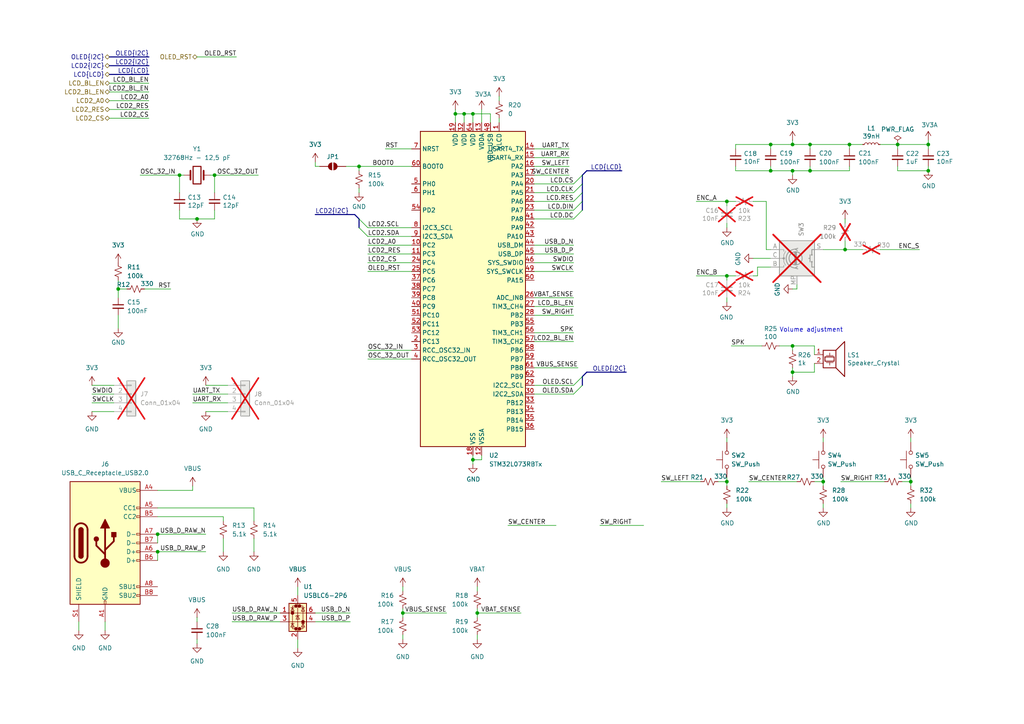
<source format=kicad_sch>
(kicad_sch (version 20250114) (generator "eeschema") (generator_version "9.0")
  (paper "A4")
  (title_block (title "MCU") (date "2025-07-15") (rev "V0.1") (company "Afonso Muralha"))
  (text "Volume adjustment" (at 226.06 96.52 0) (effects (font (size 1.27 1.27)) (justify left bottom)))
  (junction (at 34.29 83.82))
  (junction (at 104.14 48.26))
  (junction (at 264.16 139.7))
  (junction (at 234.95 41.91))
  (junction (at 269.24 41.91))
  (junction (at 269.24 49.53))
  (junction (at 229.87 107.95))
  (junction (at 138.43 177.8))
  (junction (at 210.82 139.7))
  (junction (at 57.15 63.5))
  (junction (at 137.16 33.02))
  (junction (at 45.72 154.94))
  (junction (at 52.07 50.8))
  (junction (at 62.23 50.8))
  (junction (at 246.38 41.91))
  (junction (at 132.08 33.02))
  (junction (at 45.72 160.02))
  (junction (at 223.52 41.91))
  (junction (at 234.95 49.53))
  (junction (at 137.16 133.35))
  (junction (at 245.11 72.39))
  (junction (at 229.87 41.91))
  (junction (at 210.82 58.42))
  (junction (at 229.87 49.53))
  (junction (at 116.84 177.8))
  (junction (at 238.76 139.7))
  (junction (at 229.87 100.33))
  (junction (at 210.82 80.01))
  (junction (at 134.62 33.02))
  (junction (at 223.52 49.53))
  (junction (at 260.35 41.91))
  (bus_entry (at 168.91 60.96) (size -2.54 2.54))
  (bus_entry (at 168.91 58.42) (size -2.54 2.54))
  (bus_entry (at 104.14 66.04) (size 2.54 2.54))
  (bus_entry (at 168.91 55.88) (size -2.54 2.54))
  (bus_entry (at 104.14 63.5) (size 2.54 2.54))
  (bus_entry (at 168.91 53.34) (size -2.54 2.54))
  (bus_entry (at 168.91 50.8) (size -2.54 2.54))
  (bus_entry (at 168.91 111.76) (size -2.54 2.54))
  (bus_entry (at 168.91 109.22) (size -2.54 2.54))
  (wire (pts (xy 34.29 83.82) (xy 34.29 86.36)))
  (wire (pts (xy 218.44 74.93) (xy 223.52 74.93)))
  (wire (pts (xy 45.72 160.02) (xy 45.72 162.56)))
  (wire (pts (xy 144.78 34.29) (xy 144.78 35.56)))
  (bus (pts (xy 43.18 19.05) (xy 31.75 19.05)))
  (wire (pts (xy 264.16 127) (xy 264.16 128.27)))
  (wire (pts (xy 245.11 72.39) (xy 250.19 72.39)))
  (wire (pts (xy 40.64 50.8) (xy 52.07 50.8)))
  (wire (pts (xy 234.95 49.53) (xy 229.87 49.53)))
  (wire (pts (xy 223.52 41.91) (xy 223.52 43.18)))
  (wire (pts (xy 45.72 160.02) (xy 59.69 160.02)))
  (bus (pts (xy 104.14 63.5) (xy 104.14 66.04)))
  (wire (pts (xy 132.08 33.02) (xy 134.62 33.02)))
  (wire (pts (xy 106.68 66.04) (xy 119.38 66.04)))
  (wire (pts (xy 91.44 180.34) (xy 101.6 180.34)))
  (wire (pts (xy 210.82 80.01) (xy 210.82 81.28)))
  (wire (pts (xy 238.76 138.43) (xy 238.76 139.7)))
  (wire (pts (xy 236.22 107.95) (xy 229.87 107.95)))
  (wire (pts (xy 245.11 69.85) (xy 245.11 72.39)))
  (wire (pts (xy 62.23 50.8) (xy 62.23 55.88)))
  (wire (pts (xy 134.62 33.02) (xy 137.16 33.02)))
  (wire (pts (xy 138.43 176.53) (xy 138.43 177.8)))
  (bus (pts (xy 168.91 53.34) (xy 168.91 55.88)))
  (wire (pts (xy 264.16 138.43) (xy 264.16 139.7)))
  (wire (pts (xy 154.94 71.12) (xy 166.37 71.12)))
  (wire (pts (xy 223.52 48.26) (xy 223.52 49.53)))
  (wire (pts (xy 223.52 49.53) (xy 213.36 49.53)))
  (bus (pts (xy 31.75 21.59) (xy 43.18 21.59)))
  (wire (pts (xy 73.66 156.21) (xy 73.66 160.02)))
  (wire (pts (xy 255.27 41.91) (xy 260.35 41.91)))
  (wire (pts (xy 154.94 78.74) (xy 166.37 78.74)))
  (bus (pts (xy 91.44 62.23) (xy 102.87 62.23)))
  (wire (pts (xy 147.32 152.4) (xy 161.29 152.4)))
  (wire (pts (xy 57.15 179.07) (xy 57.15 180.34)))
  (wire (pts (xy 52.07 50.8) (xy 52.07 55.88)))
  (wire (pts (xy 26.67 116.84) (xy 33.02 116.84)))
  (bus (pts (xy 181.61 107.95) (xy 170.18 107.95)))
  (wire (pts (xy 238.76 139.7) (xy 238.76 140.97)))
  (wire (pts (xy 139.7 132.08) (xy 139.7 133.35)))
  (wire (pts (xy 106.68 68.58) (xy 119.38 68.58)))
  (wire (pts (xy 137.16 33.02) (xy 142.24 33.02)))
  (wire (pts (xy 116.84 176.53) (xy 116.84 177.8)))
  (wire (pts (xy 217.17 139.7) (xy 231.14 139.7)))
  (bus (pts (xy 168.91 109.22) (xy 168.91 111.76)))
  (wire (pts (xy 166.37 91.44) (xy 154.94 91.44)))
  (wire (pts (xy 106.68 73.66) (xy 119.38 73.66)))
  (wire (pts (xy 142.24 33.02) (xy 142.24 35.56)))
  (wire (pts (xy 104.14 54.61) (xy 104.14 55.88)))
  (wire (pts (xy 173.99 152.4) (xy 186.69 152.4)))
  (wire (pts (xy 165.1 48.26) (xy 154.94 48.26)))
  (wire (pts (xy 229.87 101.6) (xy 229.87 100.33)))
  (wire (pts (xy 67.31 180.34) (xy 81.28 180.34)))
  (wire (pts (xy 229.87 100.33) (xy 236.22 100.33)))
  (wire (pts (xy 137.16 133.35) (xy 139.7 133.35)))
  (wire (pts (xy 166.37 63.5) (xy 154.94 63.5)))
  (wire (pts (xy 60.96 50.8) (xy 62.23 50.8)))
  (wire (pts (xy 57.15 63.5) (xy 62.23 63.5)))
  (wire (pts (xy 36.83 83.82) (xy 34.29 83.82)))
  (wire (pts (xy 234.95 41.91) (xy 234.95 43.18)))
  (wire (pts (xy 91.44 48.26) (xy 92.71 48.26)))
  (wire (pts (xy 64.77 149.86) (xy 64.77 151.13)))
  (wire (pts (xy 106.68 78.74) (xy 119.38 78.74)))
  (wire (pts (xy 45.72 154.94) (xy 45.72 157.48)))
  (wire (pts (xy 30.48 180.34) (xy 30.48 182.88)))
  (wire (pts (xy 86.36 185.42) (xy 86.36 187.96)))
  (wire (pts (xy 154.94 88.9) (xy 166.37 88.9)))
  (wire (pts (xy 245.11 63.5) (xy 245.11 64.77)))
  (wire (pts (xy 64.77 156.21) (xy 64.77 160.02)))
  (wire (pts (xy 138.43 170.18) (xy 138.43 171.45)))
  (wire (pts (xy 166.37 58.42) (xy 154.94 58.42)))
  (wire (pts (xy 138.43 184.15) (xy 138.43 185.42)))
  (wire (pts (xy 213.36 43.18) (xy 213.36 41.91)))
  (wire (pts (xy 116.84 177.8) (xy 129.54 177.8)))
  (wire (pts (xy 154.94 73.66) (xy 166.37 73.66)))
  (wire (pts (xy 55.88 116.84) (xy 66.04 116.84)))
  (wire (pts (xy 269.24 43.18) (xy 269.24 41.91)))
  (wire (pts (xy 213.36 49.53) (xy 213.36 48.26)))
  (wire (pts (xy 219.71 77.47) (xy 223.52 77.47)))
  (wire (pts (xy 104.14 48.26) (xy 119.38 48.26)))
  (wire (pts (xy 106.68 71.12) (xy 119.38 71.12)))
  (wire (pts (xy 137.16 33.02) (xy 137.16 35.56)))
  (wire (pts (xy 246.38 48.26) (xy 246.38 49.53)))
  (wire (pts (xy 212.09 100.33) (xy 220.98 100.33)))
  (wire (pts (xy 208.28 139.7) (xy 210.82 139.7)))
  (wire (pts (xy 31.75 29.21) (xy 43.18 29.21)))
  (wire (pts (xy 55.88 114.3) (xy 66.04 114.3)))
  (bus (pts (xy 168.91 58.42) (xy 168.91 60.96)))
  (wire (pts (xy 137.16 132.08) (xy 137.16 133.35)))
  (wire (pts (xy 154.94 106.68) (xy 167.64 106.68)))
  (wire (pts (xy 104.14 48.26) (xy 104.14 49.53)))
  (wire (pts (xy 119.38 104.14) (xy 106.68 104.14)))
  (wire (pts (xy 144.78 27.94) (xy 144.78 29.21)))
  (wire (pts (xy 210.82 86.36) (xy 210.82 87.63)))
  (wire (pts (xy 62.23 50.8) (xy 74.93 50.8)))
  (wire (pts (xy 45.72 147.32) (xy 73.66 147.32)))
  (wire (pts (xy 53.34 50.8) (xy 52.07 50.8)))
  (wire (pts (xy 116.84 184.15) (xy 116.84 185.42)))
  (wire (pts (xy 246.38 41.91) (xy 246.38 43.18)))
  (wire (pts (xy 100.33 48.26) (xy 104.14 48.26)))
  (wire (pts (xy 154.94 86.36) (xy 166.37 86.36)))
  (bus (pts (xy 180.34 49.53) (xy 170.18 49.53)))
  (wire (pts (xy 86.36 170.18) (xy 86.36 172.72)))
  (wire (pts (xy 191.77 139.7) (xy 203.2 139.7)))
  (wire (pts (xy 222.25 58.42) (xy 222.25 72.39)))
  (wire (pts (xy 52.07 63.5) (xy 57.15 63.5)))
  (wire (pts (xy 213.36 80.01) (xy 210.82 80.01)))
  (wire (pts (xy 229.87 41.91) (xy 234.95 41.91)))
  (wire (pts (xy 57.15 185.42) (xy 57.15 186.69)))
  (wire (pts (xy 31.75 24.13) (xy 43.18 24.13)))
  (wire (pts (xy 62.23 63.5) (xy 62.23 60.96)))
  (wire (pts (xy 91.44 177.8) (xy 101.6 177.8)))
  (wire (pts (xy 246.38 49.53) (xy 234.95 49.53)))
  (wire (pts (xy 31.75 31.75) (xy 43.18 31.75)))
  (wire (pts (xy 238.76 127) (xy 238.76 128.27)))
  (wire (pts (xy 222.25 72.39) (xy 223.52 72.39)))
  (wire (pts (xy 246.38 41.91) (xy 250.19 41.91)))
  (wire (pts (xy 226.06 100.33) (xy 229.87 100.33)))
  (wire (pts (xy 264.16 146.05) (xy 264.16 147.32)))
  (wire (pts (xy 45.72 142.24) (xy 55.88 142.24)))
  (wire (pts (xy 49.53 83.82) (xy 41.91 83.82)))
  (wire (pts (xy 57.15 16.51) (xy 68.58 16.51)))
  (wire (pts (xy 229.87 49.53) (xy 229.87 50.8)))
  (wire (pts (xy 210.82 64.77) (xy 210.82 66.04)))
  (wire (pts (xy 67.31 177.8) (xy 81.28 177.8)))
  (wire (pts (xy 210.82 138.43) (xy 210.82 139.7)))
  (wire (pts (xy 236.22 105.41) (xy 236.22 107.95)))
  (wire (pts (xy 73.66 147.32) (xy 73.66 151.13)))
  (wire (pts (xy 210.82 80.01) (xy 201.93 80.01)))
  (wire (pts (xy 231.14 82.55) (xy 231.14 83.82)))
  (wire (pts (xy 210.82 127) (xy 210.82 128.27)))
  (wire (pts (xy 213.36 58.42) (xy 210.82 58.42)))
  (wire (pts (xy 229.87 109.22) (xy 229.87 107.95)))
  (wire (pts (xy 269.24 49.53) (xy 269.24 48.26)))
  (wire (pts (xy 229.87 40.64) (xy 229.87 41.91)))
  (wire (pts (xy 229.87 107.95) (xy 229.87 106.68)))
  (wire (pts (xy 219.71 80.01) (xy 218.44 80.01)))
  (wire (pts (xy 166.37 60.96) (xy 154.94 60.96)))
  (wire (pts (xy 219.71 80.01) (xy 219.71 77.47)))
  (wire (pts (xy 261.62 139.7) (xy 264.16 139.7)))
  (wire (pts (xy 154.94 99.06) (xy 166.37 99.06)))
  (wire (pts (xy 260.35 49.53) (xy 260.35 48.26)))
  (bus (pts (xy 31.75 16.51) (xy 43.18 16.51)))
  (wire (pts (xy 111.76 43.18) (xy 119.38 43.18)))
  (wire (pts (xy 210.82 58.42) (xy 210.82 59.69)))
  (bus (pts (xy 168.91 55.88) (xy 168.91 58.42)))
  (wire (pts (xy 132.08 31.75) (xy 132.08 33.02)))
  (wire (pts (xy 210.82 139.7) (xy 210.82 140.97)))
  (wire (pts (xy 264.16 139.7) (xy 264.16 140.97)))
  (wire (pts (xy 166.37 53.34) (xy 154.94 53.34)))
  (wire (pts (xy 166.37 55.88) (xy 154.94 55.88)))
  (wire (pts (xy 260.35 49.53) (xy 269.24 49.53)))
  (wire (pts (xy 266.7 72.39) (xy 255.27 72.39)))
  (wire (pts (xy 45.72 154.94) (xy 59.69 154.94)))
  (wire (pts (xy 236.22 100.33) (xy 236.22 102.87)))
  (wire (pts (xy 231.14 83.82) (xy 229.87 83.82)))
  (bus (pts (xy 168.91 50.8) (xy 168.91 53.34)))
  (wire (pts (xy 166.37 111.76) (xy 154.94 111.76)))
  (wire (pts (xy 165.1 43.18) (xy 154.94 43.18)))
  (wire (pts (xy 238.76 72.39) (xy 245.11 72.39)))
  (wire (pts (xy 260.35 43.18) (xy 260.35 41.91)))
  (wire (pts (xy 166.37 114.3) (xy 154.94 114.3)))
  (wire (pts (xy 269.24 40.64) (xy 269.24 41.91)))
  (bus (pts (xy 170.18 49.53) (xy 168.91 50.8)))
  (wire (pts (xy 154.94 96.52) (xy 166.37 96.52)))
  (wire (pts (xy 34.29 81.28) (xy 34.29 83.82)))
  (wire (pts (xy 238.76 146.05) (xy 238.76 147.32)))
  (wire (pts (xy 137.16 133.35) (xy 137.16 134.62)))
  (wire (pts (xy 229.87 49.53) (xy 223.52 49.53)))
  (wire (pts (xy 22.86 180.34) (xy 22.86 182.88)))
  (wire (pts (xy 55.88 140.97) (xy 55.88 142.24)))
  (wire (pts (xy 31.75 26.67) (xy 43.18 26.67)))
  (wire (pts (xy 201.93 58.42) (xy 210.82 58.42)))
  (wire (pts (xy 134.62 33.02) (xy 134.62 35.56)))
  (wire (pts (xy 26.67 119.38) (xy 33.02 119.38)))
  (wire (pts (xy 243.84 139.7) (xy 256.54 139.7)))
  (wire (pts (xy 91.44 46.99) (xy 91.44 48.26)))
  (wire (pts (xy 138.43 177.8) (xy 151.13 177.8)))
  (wire (pts (xy 106.68 101.6) (xy 119.38 101.6)))
  (bus (pts (xy 170.18 107.95) (xy 168.91 109.22)))
  (wire (pts (xy 223.52 41.91) (xy 229.87 41.91)))
  (wire (pts (xy 31.75 34.29) (xy 43.18 34.29)))
  (wire (pts (xy 165.1 50.8) (xy 154.94 50.8)))
  (wire (pts (xy 52.07 60.96) (xy 52.07 63.5)))
  (wire (pts (xy 165.1 45.72) (xy 154.94 45.72)))
  (bus (pts (xy 102.87 62.23) (xy 104.14 63.5)))
  (wire (pts (xy 45.72 149.86) (xy 64.77 149.86)))
  (wire (pts (xy 139.7 31.75) (xy 139.7 35.56)))
  (wire (pts (xy 260.35 41.91) (xy 269.24 41.91)))
  (wire (pts (xy 59.69 111.76) (xy 66.04 111.76)))
  (wire (pts (xy 138.43 177.8) (xy 138.43 179.07)))
  (wire (pts (xy 213.36 41.91) (xy 223.52 41.91)))
  (wire (pts (xy 132.08 33.02) (xy 132.08 35.56)))
  (wire (pts (xy 236.22 139.7) (xy 238.76 139.7)))
  (wire (pts (xy 218.44 58.42) (xy 222.25 58.42)))
  (wire (pts (xy 26.67 111.76) (xy 33.02 111.76)))
  (wire (pts (xy 59.69 119.38) (xy 66.04 119.38)))
  (wire (pts (xy 26.67 114.3) (xy 33.02 114.3)))
  (wire (pts (xy 234.95 41.91) (xy 246.38 41.91)))
  (wire (pts (xy 154.94 76.2) (xy 166.37 76.2)))
  (wire (pts (xy 116.84 177.8) (xy 116.84 179.07)))
  (wire (pts (xy 234.95 48.26) (xy 234.95 49.53)))
  (wire (pts (xy 210.82 146.05) (xy 210.82 147.32)))
  (wire (pts (xy 34.29 91.44) (xy 34.29 95.25)))
  (wire (pts (xy 116.84 170.18) (xy 116.84 171.45)))
  (wire (pts (xy 106.68 76.2) (xy 119.38 76.2)))
  (label "OLED_RST" (at 68.58 16.51 180))
  (label "LCD2_CS" (at 106.68 76.2 0))
  (label "OLED.SDA" (at 166.37 114.3 180))
  (label "OSC_32_OUT" (at 74.93 50.8 180))
  (label "LCD2_CS" (at 43.18 34.29 180))
  (label "SWCLK" (at 166.37 78.74 180))
  (label "USB_D_RAW_P" (at 67.31 180.34 0))
  (label "LCD2{I2C}" (at 91.44 62.23 0))
  (label "VBAT_SENSE" (at 166.37 86.36 180))
  (label "LCD2.SDA" (at 106.68 68.58 0))
  (label "LCD2_RES" (at 43.18 31.75 180))
  (label "RST" (at 111.76 43.18 0))
  (label "LCD2_A0" (at 106.68 71.12 0))
  (label "OSC_32_IN" (at 40.64 50.8 0))
  (label "USB_D_RAW_P" (at 59.69 160.02 180))
  (label "SW_LEFT" (at 191.77 139.7 0))
  (label "LCD_BL_EN" (at 166.37 88.9 180))
  (label "LCD{LCD}" (at 180.34 49.53 180))
  (label "USB_D_P" (at 101.6 180.34 180))
  (label "VBAT_SENSE" (at 151.13 177.8 180))
  (label "UART_TX" (at 55.88 114.3 0))
  (label "OLED.SCL" (at 166.37 111.76 180))
  (label "ENC_S" (at 266.7 72.39 180))
  (label "ENC_B" (at 201.93 80.01 0))
  (label "LCD2{I2C}" (at 43.18 19.05 180))
  (label "OSC_32_IN" (at 106.68 101.6 0))
  (label "BOOT0" (at 114.3 48.26 180))
  (label "UART_RX" (at 165.1 45.72 180))
  (label "RST" (at 49.53 83.82 180))
  (label "LCD2_BL_EN" (at 43.18 26.67 180))
  (label "SWCLK" (at 26.67 116.84 0))
  (label "USB_D_N" (at 101.6 177.8 180))
  (label "LCD{LCD}" (at 43.18 21.59 180))
  (label "SWDIO" (at 26.67 114.3 0))
  (label "LCD2_A0" (at 43.18 29.21 180))
  (label "SW_RIGHT" (at 166.37 91.44 180))
  (label "ENC_A" (at 201.93 58.42 0))
  (label "USB_D_RAW_N" (at 67.31 177.8 0))
  (label "LCD.CS" (at 166.37 53.34 180))
  (label "LCD2.SCL" (at 106.68 66.04 0))
  (label "SPK" (at 166.37 96.52 180))
  (label "SW_RIGHT" (at 243.84 139.7 0))
  (label "LCD.DC" (at 166.37 63.5 180))
  (label "VBUS_SENSE" (at 129.54 177.8 180))
  (label "LCD.CLK" (at 166.37 55.88 180))
  (label "SPK" (at 212.09 100.33 0))
  (label "LCD2_RES" (at 106.68 73.66 0))
  (label "OSC_32_OUT" (at 106.68 104.14 0))
  (label "SW_CENTER" (at 165.1 50.8 180))
  (label "SW_CENTER" (at 147.32 152.4 0))
  (label "OLED_RST" (at 106.68 78.74 0))
  (label "SW_CENTER" (at 217.17 139.7 0))
  (label "LCD.RES" (at 166.37 58.42 180))
  (label "VBUS_SENSE" (at 167.64 106.68 180))
  (label "SW_LEFT" (at 165.1 48.26 180))
  (label "OLED{I2C}" (at 43.18 16.51 180))
  (label "USB_D_P" (at 166.37 73.66 180))
  (label "UART_TX" (at 165.1 43.18 180))
  (label "LCD2_BL_EN" (at 166.37 99.06 180))
  (label "SWDIO" (at 166.37 76.2 180))
  (label "OLED{I2C}" (at 181.61 107.95 180))
  (label "SW_RIGHT" (at 173.99 152.4 0))
  (label "USB_D_RAW_N" (at 59.69 154.94 180))
  (label "LCD_BL_EN" (at 43.18 24.13 180))
  (label "USB_D_N" (at 166.37 71.12 180))
  (label "UART_RX" (at 55.88 116.84 0))
  (label "LCD.DIN" (at 166.37 60.96 180))
  (hierarchical_label "OLED_RST" (shape bidirectional) (at 57.15 16.51 180))
  (hierarchical_label "LCD{LCD}" (shape bidirectional) (at 31.75 21.59 180))
  (hierarchical_label "LCD2_RES" (shape bidirectional) (at 31.75 31.75 180))
  (hierarchical_label "LCD2_BL_EN" (shape bidirectional) (at 31.75 26.67 180))
  (hierarchical_label "LCD2{I2C}" (shape bidirectional) (at 31.75 19.05 180))
  (hierarchical_label "LCD_BL_EN" (shape bidirectional) (at 31.75 24.13 180))
  (hierarchical_label "OLED{I2C}" (shape bidirectional) (at 31.75 16.51 180))
  (hierarchical_label "LCD2_A0" (shape bidirectional) (at 31.75 29.21 180))
  (hierarchical_label "LCD2_CS" (shape bidirectional) (at 31.75 34.29 180))
  (symbol (lib_id "Device:L_Small") (at 252.73 41.91 90) (unit 1)
    (property "Reference" "L1" (at 252.73 37.211 90))
    (property "Value" "39nH" (at 252.73 39.5224 90))
    (property "Footprint" "Inductor_SMD:L_0402_1005Metric" (effects (hide yes)))
    (property "LCSC" "C26443" (effects (hide yes)))
  )
  (symbol (lib_id "Device:C_Small") (at 62.23 58.42 0) (unit 1)
    (property "Reference" "C14" (at 64.5668 57.2516 0) (effects (justify left)))
    (property "Value" "12pF" (at 64.5668 59.563 0) (effects (justify left)))
    (property "Footprint" "Capacitor_SMD:C_0402_1005Metric" (effects (hide yes)))
    (property "LCSC" "C1547" (effects (hide yes)))
  )
  (symbol (lib_id "Device:R_Small_US") (at 223.52 100.33 270) (unit 1)
    (property "Reference" "R25" (at 223.52 95.3516 90))
    (property "Value" "100" (at 223.52 97.663 90))
    (property "Footprint" "Resistor_SMD:R_0402_1005Metric" (effects (hide yes)))
    (property "Description" "Resistor, small US symbol" (effects (hide yes)))
  )
  (symbol (lib_id "Device:R_Small_US") (at 229.87 104.14 0) (unit 1)
    (property "Reference" "R26" (at 231.3686 102.9716 0) (effects (justify left)))
    (property "Value" "1k" (at 231.3686 105.283 0) (effects (justify left)))
    (property "Footprint" "Resistor_SMD:R_0402_1005Metric" (effects (hide yes)))
    (property "Description" "Resistor, small US symbol" (effects (hide yes)))
  )
  (symbol (lib_id "Device:Speaker_Crystal") (at 241.3 102.87 0) (unit 1)
    (property "Reference" "LS1" (at 245.745 102.9716 0) (effects (justify left)))
    (property "Value" "Speaker_Crystal" (at 245.745 105.283 0) (effects (justify left)))
    (property "Footprint" "Buzzer_Beeper:Buzzer_CUI_CPT-9019S-SMT" (effects (hide yes)))
    (property "Datasheet" "https://datasheet.lcsc.com/lcsc/1912111437_FUET-FUET-9018_C391035.pdf" (effects (hide yes)))
    (property "LCSC" "C391035" (effects (hide yes)))
    (property "JLCRotOffset" "180" (effects (hide yes)))
  )
  (symbol (lib_id "power:PWR_FLAG") (at 260.35 41.91 0) (unit 1)
    (property "Reference" "#FLG01" (effects (hide yes)))
    (property "Value" "PWR_FLAG" (at 260.35 37.5158 0))
  )
  (symbol (lib_id "Device:C_Small") (at 269.24 45.72 0) (unit 1)
    (property "Reference" "C23" (at 271.5768 44.5516 0) (effects (justify left)))
    (property "Value" "10nF" (at 271.5768 46.863 0) (effects (justify left)))
    (property "Footprint" "Capacitor_SMD:C_0402_1005Metric" (effects (hide yes)))
    (property "LCSC" "C15195" (effects (hide yes)))
  )
  (symbol (lib_id "Device:RotaryEncoder_Switch_MP") (at 231.14 74.93 0) (unit 1) (in_bom no) (on_board no) (dnp yes)
    (property "Reference" "SW3" (at 232.4101 68.58 90) (effects (justify left)))
    (property "Value" "RotaryEncoder_Switch_MP" (effects (hide yes)))
    (property "Footprint" "TamagotchiThing:SW-SMD_SIQ-02FVS3" (effects (hide yes)))
    (property "Description" "Rotary encoder, dual channel, incremental quadrate outputs, with switch and MP Pin" (effects (hide yes)))
    (property "LCSC" "C41430892" (effects (hide yes)))
  )
  (symbol (lib_id "power:GND") (at 229.87 83.82 270) (unit 1)
    (property "Reference" "#PWR062" (effects (hide yes)))
    (property "Value" "GND" (at 225.4758 83.947 0))
  )
  (symbol (lib_id "power:GND") (at 229.87 50.8 0) (unit 1)
    (property "Reference" "#PWR061" (effects (hide yes)))
    (property "Value" "GND" (at 229.997 55.1942 0))
  )
  (symbol (lib_id "Device:R_Small_US") (at 215.9 58.42 270) (mirror x) (unit 1) (in_bom no) (on_board no) (dnp yes)
    (property "Reference" "R23" (at 215.9 63.3984 90))
    (property "Value" "10k" (at 215.9 61.087 90))
    (property "Footprint" "Resistor_SMD:R_0603_1608Metric" (effects (hide yes)))
    (property "Description" "Resistor, small US symbol" (effects (hide yes)))
  )
  (symbol (lib_id "power:GND") (at 138.43 185.42 0) (unit 1)
    (property "Reference" "#PWR052" (effects (hide yes)))
    (property "Value" "GND" (at 138.43 190.5 0))
    (property "Description" "Power symbol creates a global label with name \"GND\" , ground" (effects (hide yes)))
  )
  (symbol (lib_id "power:GND") (at 238.76 147.32 0) (unit 1)
    (property "Reference" "#PWR065" (effects (hide yes)))
    (property "Value" "GND" (at 238.887 151.7142 0))
  )
  (symbol (lib_id "Device:R_Small_US") (at 64.77 153.67 0) (unit 1)
    (property "Reference" "R13" (at 67.31 152.3999 0) (effects (justify left)))
    (property "Value" "5.1k" (at 67.31 154.9399 0) (effects (justify left)))
    (property "Footprint" "Resistor_SMD:R_0402_1005Metric" (effects (hide yes)))
    (property "Description" "Resistor, small US symbol" (effects (hide yes)))
    (property "LCSC" "C407575 " (effects (hide yes)))
  )
  (symbol (lib_id "power:GND") (at 269.24 49.53 0) (unit 1)
    (property "Reference" "#PWR070" (effects (hide yes)))
    (property "Value" "GND" (at 269.367 53.9242 0))
  )
  (symbol (lib_id "power:+3.3V") (at 34.29 76.2 0) (unit 1)
    (property "Reference" "#PWR035" (effects (hide yes)))
    (property "Value" "3V3" (at 34.29 71.12 0))
    (property "Description" "Power symbol creates a global label with name \"+3.3V\"" (effects (hide yes)))
  )
  (symbol (lib_id "Device:R_Small_US") (at 104.14 52.07 0) (unit 1)
    (property "Reference" "R15" (at 106.68 50.7999 0) (effects (justify left)))
    (property "Value" "100k" (at 106.68 53.3399 0) (effects (justify left)))
    (property "Footprint" "Resistor_SMD:R_0402_1005Metric" (effects (hide yes)))
    (property "Description" "Resistor, small US symbol" (effects (hide yes)))
  )
  (symbol (lib_id "power:+3.3V") (at 26.67 111.76 0) (unit 1)
    (property "Reference" "#PWR032" (effects (hide yes)))
    (property "Value" "3V3" (at 26.67 106.68 0))
    (property "Description" "Power symbol creates a global label with name \"+3.3V\"" (effects (hide yes)))
  )
  (symbol (lib_id "Device:R_Small_US") (at 116.84 181.61 0) (mirror y) (unit 1)
    (property "Reference" "R17" (at 114.3 180.3399 0) (effects (justify left)))
    (property "Value" "100k" (at 114.3 182.8799 0) (effects (justify left)))
    (property "Footprint" "Resistor_SMD:R_0402_1005Metric" (effects (hide yes)))
    (property "Description" "Resistor, small US symbol" (effects (hide yes)))
  )
  (symbol (lib_id "power:VBUS") (at 55.88 140.97 0) (unit 1)
    (property "Reference" "#PWR038" (effects (hide yes)))
    (property "Value" "VBUS" (at 55.88 135.89 0))
    (property "Description" "Power symbol creates a global label with name \"VBUS\"" (effects (hide yes)))
  )
  (symbol (lib_id "power:+3.3V") (at 132.08 31.75 0) (unit 1)
    (property "Reference" "#PWR049" (effects (hide yes)))
    (property "Value" "3V3" (at 132.08 26.67 0))
    (property "Description" "Power symbol creates a global label with name \"+3.3V\"" (effects (hide yes)))
  )
  (symbol (lib_id "Jumper:SolderJumper_2_Open") (at 96.52 48.26 0) (unit 1) (in_bom no)
    (property "Reference" "JP1" (at 96.52 45.466 0))
    (property "Value" "SolderJumper_2_Open" (effects (hide yes)))
    (property "Footprint" "Jumper:SolderJumper-2_P1.3mm_Open_Pad1.0x1.5mm" (effects (hide yes)))
    (property "Description" "Solder Jumper, 2-pole, open" (effects (hide yes)))
  )
  (symbol (lib_id "Device:R_Small_US") (at 259.08 139.7 90) (unit 1)
    (property "Reference" "R31" (at 255.524 138.43 90))
    (property "Value" "330" (at 262.382 138.176 90))
    (property "Footprint" "Resistor_SMD:R_0402_1005Metric" (effects (hide yes)))
    (property "Description" "Resistor, small US symbol" (effects (hide yes)))
  )
  (symbol (lib_id "Device:R_Small_US") (at 264.16 143.51 0) (unit 1)
    (property "Reference" "R32" (at 266.7 142.2399 0) (effects (justify left)))
    (property "Value" "100k" (at 266.7 144.7799 0) (effects (justify left)))
    (property "Footprint" "Resistor_SMD:R_0402_1005Metric" (effects (hide yes)))
    (property "Description" "Resistor, small US symbol" (effects (hide yes)))
  )
  (symbol (lib_id "Switch:SW_Push") (at 264.16 133.35 90) (unit 1) (in_bom no)
    (property "Reference" "SW5" (at 265.43 132.0799 90) (effects (justify right)))
    (property "Value" "SW_Push" (at 265.43 134.6199 90) (effects (justify right)))
    (property "Footprint" "TamagotchiThing:Kailh_mouse_button" (effects (hide yes)))
    (property "Description" "Push button switch, generic, two pins" (effects (hide yes)))
  )
  (symbol (lib_id "power:GND") (at 59.69 119.38 0) (unit 1)
    (property "Reference" "#PWR040" (effects (hide yes)))
    (property "Value" "GND" (at 59.69 124.46 0))
    (property "Description" "Power symbol creates a global label with name \"GND\" , ground" (effects (hide yes)))
  )
  (symbol (lib_id "Device:R_Small_US") (at 39.37 83.82 90) (unit 1)
    (property "Reference" "R12" (at 35.814 82.55 90))
    (property "Value" "330" (at 42.672 82.296 90))
    (property "Footprint" "Resistor_SMD:R_0402_1005Metric" (effects (hide yes)))
    (property "Description" "Resistor, small US symbol" (effects (hide yes)))
  )
  (symbol (lib_id "power:GND") (at 137.16 134.62 0) (unit 1)
    (property "Reference" "#PWR050" (effects (hide yes)))
    (property "Value" "GND" (at 137.287 139.0142 0))
  )
  (symbol (lib_id "Device:R_Small_US") (at 138.43 181.61 0) (mirror y) (unit 1)
    (property "Reference" "R19" (at 135.89 180.3399 0) (effects (justify left)))
    (property "Value" "100k" (at 135.89 182.8799 0) (effects (justify left)))
    (property "Footprint" "Resistor_SMD:R_0402_1005Metric" (effects (hide yes)))
    (property "Description" "Resistor, small US symbol" (effects (hide yes)))
  )
  (symbol (lib_id "power:GND") (at 34.29 95.25 0) (unit 1)
    (property "Reference" "#PWR036" (effects (hide yes)))
    (property "Value" "GND" (at 34.29 99.314 0))
    (property "Description" "Power symbol creates a global label with name \"GND\" , ground" (effects (hide yes)))
  )
  (symbol (lib_id "power:GND") (at 26.67 119.38 0) (unit 1)
    (property "Reference" "#PWR033" (effects (hide yes)))
    (property "Value" "GND" (at 26.67 124.46 0))
    (property "Description" "Power symbol creates a global label with name \"GND\" , ground" (effects (hide yes)))
  )
  (symbol (lib_id "Connector_Generic:Conn_01x04") (at 71.12 114.3 0) (unit 1) (in_bom no) (dnp yes)
    (property "Reference" "J8" (at 73.66 114.2999 0) (effects (justify left)))
    (property "Value" "Conn_01x04" (at 73.66 116.8399 0) (effects (justify left)))
    (property "Footprint" "Connector_PinHeader_2.54mm:PinHeader_1x04_P2.54mm_Horizontal" (effects (hide yes)))
    (property "Description" "Generic connector, single row, 01x04, script generated (kicad-library-utils/schlib/autogen/connector/)" (effects (hide yes)))
    (property "LCSC" "C91552" (effects (hide yes)))
  )
  (symbol (lib_id "power:+3.3V") (at 91.44 46.99 0) (unit 1)
    (property "Reference" "#PWR045" (effects (hide yes)))
    (property "Value" "3V3" (at 91.44 41.91 0))
    (property "Description" "Power symbol creates a global label with name \"+3.3V\"" (effects (hide yes)))
  )
  (symbol (lib_id "Device:Crystal") (at 57.15 50.8 0) (unit 1)
    (property "Reference" "Y1" (at 57.15 43.18 0))
    (property "Value" "32768Hz - 12,5 pF" (at 57.15 45.72 0))
    (property "Footprint" "Crystal:Crystal_SMD_3215-2Pin_3.2x1.5mm" (effects (hide yes)))
    (property "Description" "Two pin crystal" (effects (hide yes)))
    (property "LCSC" "C32346" (effects (hide yes)))
  )
  (symbol (lib_id "power:+3.3V") (at 264.16 127 0) (unit 1)
    (property "Reference" "#PWR067" (effects (hide yes)))
    (property "Value" "3V3" (at 264.16 121.92 0))
    (property "Description" "Power symbol creates a global label with name \"+3.3V\"" (effects (hide yes)))
  )
  (symbol (lib_id "power:GND") (at 218.44 74.93 270) (unit 1)
    (property "Reference" "#PWR059" (effects (hide yes)))
    (property "Value" "GND" (at 214.0458 75.057 0))
  )
  (symbol (lib_id "Connector:USB_C_Receptacle_USB2.0") (at 30.48 157.48 0) (unit 1)
    (property "Reference" "J6" (at 30.48 134.62 0))
    (property "Value" "USB_C_Receptacle_USB2.0" (at 30.48 137.16 0))
    (property "Footprint" "Connector_USB:USB_C_Receptacle_HCTL_HC-TYPE-C-16P-01A" (effects (hide yes)))
    (property "Datasheet" "https://www.usb.org/sites/default/files/documents/usb_type-c.zip" (effects (hide yes)))
    (property "LCSC" " C2894897" (effects (hide yes)))
  )
  (symbol (lib_id "power:GND") (at 57.15 186.69 0) (unit 1)
    (property "Reference" "#PWR091" (effects (hide yes)))
    (property "Value" "GND" (at 57.15 191.77 0))
    (property "Description" "Power symbol creates a global label with name \"GND\" , ground" (effects (hide yes)))
  )
  (symbol (lib_id "Connector_Generic:Conn_01x04") (at 38.1 114.3 0) (unit 1) (in_bom no) (dnp yes)
    (property "Reference" "J7" (at 40.64 114.2999 0) (effects (justify left)))
    (property "Value" "Conn_01x04" (at 40.64 116.8399 0) (effects (justify left)))
    (property "Footprint" "Connector_PinHeader_2.54mm:PinHeader_1x04_P2.54mm_Horizontal" (effects (hide yes)))
    (property "Description" "Generic connector, single row, 01x04, script generated (kicad-library-utils/schlib/autogen/connector/)" (effects (hide yes)))
    (property "LCSC" "C91552" (effects (hide yes)))
  )
  (symbol (lib_id "Device:R_Small_US") (at 252.73 72.39 270) (mirror x) (unit 1) (in_bom no) (on_board no) (dnp yes)
    (property "Reference" "R30" (at 256.286 71.12 90))
    (property "Value" "330" (at 249.428 70.866 90))
    (property "Footprint" "Resistor_SMD:R_0603_1608Metric" (effects (hide yes)))
    (property "Description" "Resistor, small US symbol" (effects (hide yes)))
  )
  (symbol (lib_id "power:VBUS") (at 86.36 170.18 0) (unit 1)
    (property "Reference" "#PWR043" (effects (hide yes)))
    (property "Value" "VBUS" (at 86.36 165.1 0))
    (property "Description" "Power symbol creates a global label with name \"VBUS\"" (effects (hide yes)))
  )
  (symbol (lib_id "power:+BATT") (at 138.43 170.18 0) (unit 1)
    (property "Reference" "#PWR051" (effects (hide yes)))
    (property "Value" "VBAT" (at 138.43 165.1 0))
    (property "Description" "Power symbol creates a global label with name \"+BATT\"" (effects (hide yes)))
  )
  (symbol (lib_id "power:+3.3V") (at 229.87 40.64 0) (unit 1)
    (property "Reference" "#PWR060" (effects (hide yes)))
    (property "Value" "3V3" (at 229.87 35.56 0))
    (property "Description" "Power symbol creates a global label with name \"+3.3V\"" (effects (hide yes)))
  )
  (symbol (lib_id "Switch:SW_Push") (at 210.82 133.35 90) (unit 1) (in_bom no)
    (property "Reference" "SW2" (at 212.09 132.0799 90) (effects (justify right)))
    (property "Value" "SW_Push" (at 212.09 134.6199 90) (effects (justify right)))
    (property "Footprint" "TamagotchiThing:Kailh_mouse_button" (effects (hide yes)))
    (property "Description" "Push button switch, generic, two pins" (effects (hide yes)))
  )
  (symbol (lib_id "power:GND") (at 264.16 147.32 0) (unit 1)
    (property "Reference" "#PWR068" (effects (hide yes)))
    (property "Value" "GND" (at 264.287 151.7142 0))
  )
  (symbol (lib_id "power:GND") (at 210.82 66.04 0) (unit 1)
    (property "Reference" "#PWR055" (effects (hide yes)))
    (property "Value" "GND" (at 210.947 70.4342 0))
  )
  (symbol (lib_id "Device:R_Small_US") (at 34.29 78.74 0) (unit 1)
    (property "Reference" "R11" (at 36.83 77.4699 0) (effects (justify left)))
    (property "Value" "100k" (at 36.83 80.0099 0) (effects (justify left)))
    (property "Footprint" "Resistor_SMD:R_0402_1005Metric" (effects (hide yes)))
    (property "Description" "Resistor, small US symbol" (effects (hide yes)))
    (property "LCSC" "C25803" (effects (hide yes)))
  )
  (symbol (lib_id "Device:R_Small_US") (at 233.68 139.7 90) (unit 1)
    (property "Reference" "R27" (at 230.124 138.43 90))
    (property "Value" "330" (at 236.982 138.176 90))
    (property "Footprint" "Resistor_SMD:R_0402_1005Metric" (effects (hide yes)))
    (property "Description" "Resistor, small US symbol" (effects (hide yes)))
  )
  (symbol (lib_id "power:GND") (at 210.82 147.32 0) (unit 1)
    (property "Reference" "#PWR058" (effects (hide yes)))
    (property "Value" "GND" (at 210.947 151.7142 0))
  )
  (symbol (lib_id "power:GND") (at 86.36 187.96 0) (unit 1)
    (property "Reference" "#PWR044" (effects (hide yes)))
    (property "Value" "GND" (at 86.36 193.04 0))
    (property "Description" "Power symbol creates a global label with name \"GND\" , ground" (effects (hide yes)))
  )
  (symbol (lib_id "Device:R_Small_US") (at 245.11 67.31 0) (mirror y) (unit 1) (in_bom no) (on_board no) (dnp yes)
    (property "Reference" "R29" (at 242.57 66.0399 0) (effects (justify left)))
    (property "Value" "100k" (at 242.57 68.5799 0) (effects (justify left)))
    (property "Footprint" "Resistor_SMD:R_0603_1608Metric" (effects (hide yes)))
    (property "Description" "Resistor, small US symbol" (effects (hide yes)))
  )
  (symbol (lib_id "Device:R_Small_US") (at 144.78 31.75 0) (unit 1)
    (property "Reference" "R20" (at 147.32 30.4799 0) (effects (justify left)))
    (property "Value" "0" (at 147.32 33.0199 0) (effects (justify left)))
    (property "Footprint" "Resistor_SMD:R_0402_1005Metric" (effects (hide yes)))
    (property "Description" "Resistor, small US symbol" (effects (hide yes)))
  )
  (symbol (lib_id "Device:C_Small") (at 223.52 45.72 0) (unit 1)
    (property "Reference" "C19" (at 226.06 44.4563 0) (effects (justify left)))
    (property "Value" "100nF" (at 226.06 46.9963 0) (effects (justify left)))
    (property "Footprint" "Capacitor_SMD:C_0402_1005Metric" (effects (hide yes)))
    (property "LCSC" "C30926" (effects (hide yes)))
  )
  (symbol (lib_id "Device:R_Small_US") (at 210.82 143.51 0) (unit 1)
    (property "Reference" "R22" (at 213.36 142.2399 0) (effects (justify left)))
    (property "Value" "100k" (at 213.36 144.7799 0) (effects (justify left)))
    (property "Footprint" "Resistor_SMD:R_0402_1005Metric" (effects (hide yes)))
    (property "Description" "Resistor, small US symbol" (effects (hide yes)))
  )
  (symbol (lib_id "power:GND") (at 22.86 182.88 0) (unit 1)
    (property "Reference" "#PWR031" (effects (hide yes)))
    (property "Value" "GND" (at 22.86 187.96 0))
    (property "Description" "Power symbol creates a global label with name \"GND\" , ground" (effects (hide yes)))
  )
  (symbol (lib_id "power:GND") (at 210.82 87.63 0) (mirror y) (unit 1)
    (property "Reference" "#PWR056" (effects (hide yes)))
    (property "Value" "GND" (at 210.693 92.0242 0))
  )
  (symbol (lib_id "power:+3.3V") (at 245.11 63.5 0) (unit 1)
    (property "Reference" "#PWR066" (effects (hide yes)))
    (property "Value" "3V3" (at 245.11 58.42 0))
    (property "Description" "Power symbol creates a global label with name \"+3.3V\"" (effects (hide yes)))
  )
  (symbol (lib_id "Device:R_Small_US") (at 205.74 139.7 90) (unit 1)
    (property "Reference" "R21" (at 202.184 138.43 90))
    (property "Value" "330" (at 209.042 138.176 90))
    (property "Footprint" "Resistor_SMD:R_0402_1005Metric" (effects (hide yes)))
    (property "Description" "Resistor, small US symbol" (effects (hide yes)))
  )
  (symbol (lib_id "power:GND") (at 104.14 55.88 0) (unit 1)
    (property "Reference" "#PWR046" (effects (hide yes)))
    (property "Value" "GND" (at 104.14 59.944 0))
    (property "Description" "Power symbol creates a global label with name \"GND\" , ground" (effects (hide yes)))
  )
  (symbol (lib_id "Switch:SW_Push") (at 238.76 133.35 90) (unit 1) (in_bom no)
    (property "Reference" "SW4" (at 240.03 132.0799 90) (effects (justify right)))
    (property "Value" "SW_Push" (at 240.03 134.6199 90) (effects (justify right)))
    (property "Footprint" "TamagotchiThing:Kailh_mouse_button" (effects (hide yes)))
    (property "Description" "Push button switch, generic, two pins" (effects (hide yes)))
  )
  (symbol (lib_id "Device:C_Small") (at 260.35 45.72 0) (unit 1)
    (property "Reference" "C22" (at 262.6868 44.5516 0) (effects (justify left)))
    (property "Value" "1uF" (at 262.6868 46.863 0) (effects (justify left)))
    (property "Footprint" "Capacitor_SMD:C_0603_1608Metric" (effects (hide yes)))
    (property "LCSC" "C15849" (effects (hide yes)))
  )
  (symbol (lib_id "Device:C_Small") (at 246.38 45.72 0) (unit 1)
    (property "Reference" "C21" (at 248.92 44.4563 0) (effects (justify left)))
    (property "Value" "100nF" (at 248.92 46.9963 0) (effects (justify left)))
    (property "Footprint" "Capacitor_SMD:C_0402_1005Metric" (effects (hide yes)))
    (property "LCSC" "C30926" (effects (hide yes)))
  )
  (symbol (lib_id "power:+3.3V") (at 210.82 127 0) (unit 1)
    (property "Reference" "#PWR057" (effects (hide yes)))
    (property "Value" "3V3" (at 210.82 121.92 0))
    (property "Description" "Power symbol creates a global label with name \"+3.3V\"" (effects (hide yes)))
  )
  (symbol (lib_id "power:+3.3V") (at 238.76 127 0) (unit 1)
    (property "Reference" "#PWR064" (effects (hide yes)))
    (property "Value" "3V3" (at 238.76 121.92 0))
    (property "Description" "Power symbol creates a global label with name \"+3.3V\"" (effects (hide yes)))
  )
  (symbol (lib_id "Device:R_Small_US") (at 215.9 80.01 90) (unit 1) (in_bom no) (on_board no) (dnp yes)
    (property "Reference" "R24" (at 215.9 84.9884 90))
    (property "Value" "10k" (at 215.9 82.677 90))
    (property "Footprint" "Resistor_SMD:R_0603_1608Metric" (effects (hide yes)))
    (property "Description" "Resistor, small US symbol" (effects (hide yes)))
  )
  (symbol (lib_id "power:+3.3VA") (at 269.24 40.64 0) (unit 1)
    (property "Reference" "#PWR069" (effects (hide yes)))
    (property "Value" "3V3A" (at 269.621 36.2458 0))
  )
  (symbol (lib_id "power:GND") (at 73.66 160.02 0) (unit 1)
    (property "Reference" "#PWR042" (effects (hide yes)))
    (property "Value" "GND" (at 73.66 165.1 0))
    (property "Description" "Power symbol creates a global label with name \"GND\" , ground" (effects (hide yes)))
  )
  (symbol (lib_id "Device:R_Small_US") (at 138.43 173.99 0) (mirror y) (unit 1)
    (property "Reference" "R18" (at 135.89 172.7199 0) (effects (justify left)))
    (property "Value" "100k" (at 135.89 175.2599 0) (effects (justify left)))
    (property "Footprint" "Resistor_SMD:R_0402_1005Metric" (effects (hide yes)))
    (property "Description" "Resistor, small US symbol" (effects (hide yes)))
  )
  (symbol (lib_id "power:+3.3V") (at 144.78 27.94 0) (unit 1)
    (property "Reference" "#PWR054" (effects (hide yes)))
    (property "Value" "3V3" (at 144.78 22.86 0))
    (property "Description" "Power symbol creates a global label with name \"+3.3V\"" (effects (hide yes)))
  )
  (symbol (lib_id "power:GND") (at 116.84 185.42 0) (unit 1)
    (property "Reference" "#PWR048" (effects (hide yes)))
    (property "Value" "GND" (at 116.84 190.5 0))
    (property "Description" "Power symbol creates a global label with name \"GND\" , ground" (effects (hide yes)))
  )
  (symbol (lib_id "power:GND") (at 57.15 63.5 0) (unit 1)
    (property "Reference" "#PWR037" (effects (hide yes)))
    (property "Value" "GND" (at 57.277 67.8942 0))
  )
  (symbol (lib_id "Device:C_Small") (at 210.82 83.82 0) (mirror y) (unit 1) (in_bom no) (on_board no) (dnp yes)
    (property "Reference" "C17" (at 208.4832 82.6516 0) (effects (justify left)))
    (property "Value" "10nF" (at 208.4832 84.963 0) (effects (justify left)))
    (property "Footprint" "Capacitor_SMD:C_0402_1005Metric" (effects (hide yes)))
    (property "LCSC" "C15195" (effects (hide yes)))
  )
  (symbol (lib_id "Device:C_Small") (at 52.07 58.42 0) (unit 1)
    (property "Reference" "C13" (at 54.4068 57.2516 0) (effects (justify left)))
    (property "Value" "12pF" (at 54.4068 59.563 0) (effects (justify left)))
    (property "Footprint" "Capacitor_SMD:C_0402_1005Metric" (effects (hide yes)))
    (property "LCSC" "C1547" (effects (hide yes)))
  )
  (symbol (lib_id "Device:C_Small") (at 57.15 182.88 0) (unit 1)
    (property "Reference" "C28" (at 59.69 181.6163 0) (effects (justify left)))
    (property "Value" "100nF" (at 59.69 184.1563 0) (effects (justify left)))
    (property "Footprint" "Capacitor_SMD:C_0402_1005Metric" (effects (hide yes)))
    (property "LCSC" "C30926" (effects (hide yes)))
  )
  (symbol (lib_id "power:GND") (at 30.48 182.88 0) (unit 1)
    (property "Reference" "#PWR034" (effects (hide yes)))
    (property "Value" "GND" (at 30.48 187.96 0))
    (property "Description" "Power symbol creates a global label with name \"GND\" , ground" (effects (hide yes)))
  )
  (symbol (lib_id "power:VBUS") (at 57.15 179.07 0) (unit 1)
    (property "Reference" "#PWR087" (effects (hide yes)))
    (property "Value" "VBUS" (at 57.15 173.99 0))
    (property "Description" "Power symbol creates a global label with name \"VBUS\"" (effects (hide yes)))
  )
  (symbol (lib_id "Device:C_Small") (at 234.95 45.72 0) (unit 1)
    (property "Reference" "C20" (at 237.49 44.4563 0) (effects (justify left)))
    (property "Value" "100nF" (at 237.49 46.9963 0) (effects (justify left)))
    (property "Footprint" "Capacitor_SMD:C_0402_1005Metric" (effects (hide yes)))
    (property "LCSC" "C30926" (effects (hide yes)))
  )
  (symbol (lib_id "Device:C_Small") (at 213.36 45.72 0) (unit 1)
    (property "Reference" "C18" (at 215.6968 44.5516 0) (effects (justify left)))
    (property "Value" "10nF" (at 215.6968 46.863 0) (effects (justify left)))
    (property "Footprint" "Capacitor_SMD:C_0603_1608Metric" (effects (hide yes)))
    (property "LCSC" "C15195" (effects (hide yes)))
  )
  (symbol (lib_id "power:GND") (at 229.87 109.22 0) (unit 1)
    (property "Reference" "#PWR063" (effects (hide yes)))
    (property "Value" "GND" (at 229.997 113.6142 0))
  )
  (symbol (lib_id "power:+3.3VA") (at 139.7 31.75 0) (unit 1)
    (property "Reference" "#PWR053" (effects (hide yes)))
    (property "Value" "3V3A" (at 140.081 27.3558 0))
  )
  (symbol (lib_id "Device:R_Small_US") (at 238.76 143.51 0) (unit 1)
    (property "Reference" "R28" (at 241.3 142.2399 0) (effects (justify left)))
    (property "Value" "100k" (at 241.3 144.7799 0) (effects (justify left)))
    (property "Footprint" "Resistor_SMD:R_0402_1005Metric" (effects (hide yes)))
    (property "Description" "Resistor, small US symbol" (effects (hide yes)))
  )
  (symbol (lib_id "Device:R_Small_US") (at 116.84 173.99 0) (mirror y) (unit 1)
    (property "Reference" "R16" (at 114.3 172.7199 0) (effects (justify left)))
    (property "Value" "100k" (at 114.3 175.2599 0) (effects (justify left)))
    (property "Footprint" "Resistor_SMD:R_0402_1005Metric" (effects (hide yes)))
    (property "Description" "Resistor, small US symbol" (effects (hide yes)))
  )
  (symbol (lib_id "power:GND") (at 64.77 160.02 0) (unit 1)
    (property "Reference" "#PWR041" (effects (hide yes)))
    (property "Value" "GND" (at 64.77 165.1 0))
    (property "Description" "Power symbol creates a global label with name \"GND\" , ground" (effects (hide yes)))
  )
  (symbol (lib_id "Device:C_Small") (at 210.82 62.23 0) (mirror y) (unit 1) (in_bom no) (on_board no) (dnp yes)
    (property "Reference" "C16" (at 208.4832 61.0616 0) (effects (justify left)))
    (property "Value" "10nF" (at 208.4832 63.373 0) (effects (justify left)))
    (property "Footprint" "Capacitor_SMD:C_0402_1005Metric" (effects (hide yes)))
    (property "LCSC" "C15195" (effects (hide yes)))
  )
  (symbol (lib_id "Power_Protection:USBLC6-2P6") (at 86.36 177.8 0) (unit 1)
    (property "Reference" "U1" (at 88.0111 170.18 0) (effects (justify left)))
    (property "Value" "USBLC6-2P6" (at 88.0111 172.72 0) (effects (justify left)))
    (property "Footprint" "Package_TO_SOT_SMD:SOT-666" (effects (hide yes)))
    (property "Datasheet" "https://www.st.com/resource/en/datasheet/usblc6-2.pdf" (effects (hide yes)))
    (property "Description" "Very low capacitance ESD protection diode, 2 data-line, SOT-666" (effects (hide yes)))
    (property "LCSC" "C2827693" (effects (hide yes)))
  )
  (symbol (lib_id "Device:R_Small_US") (at 73.66 153.67 0) (unit 1)
    (property "Reference" "R14" (at 76.2 152.3999 0) (effects (justify left)))
    (property "Value" "5.1k" (at 76.2 154.9399 0) (effects (justify left)))
    (property "Footprint" "Resistor_SMD:R_0402_1005Metric" (effects (hide yes)))
    (property "Description" "Resistor, small US symbol" (effects (hide yes)))
    (property "LCSC" "C407575 " (effects (hide yes)))
  )
  (symbol (lib_id "Device:C_Small") (at 34.29 88.9 0) (unit 1)
    (property "Reference" "C15" (at 36.83 87.6363 0) (effects (justify left)))
    (property "Value" "100nF" (at 36.83 90.1763 0) (effects (justify left)))
    (property "Footprint" "Capacitor_SMD:C_0402_1005Metric" (effects (hide yes)))
    (property "LCSC" "C30926" (effects (hide yes)))
  )
  (symbol (lib_id "power:VBUS") (at 116.84 170.18 0) (unit 1)
    (property "Reference" "#PWR047" (effects (hide yes)))
    (property "Value" "VBUS" (at 116.84 165.1 0))
    (property "Description" "Power symbol creates a global label with name \"VBUS\"" (effects (hide yes)))
  )
  (symbol (lib_id "power:+3.3V") (at 59.69 111.76 0) (unit 1)
    (property "Reference" "#PWR039" (effects (hide yes)))
    (property "Value" "3V3" (at 59.69 106.68 0))
    (property "Description" "Power symbol creates a global label with name \"+3.3V\"" (effects (hide yes)))
  )
  (symbol (lib_id "MCU_ST_STM32L0:STM32L073RBTx") (at 137.16 83.82 0) (unit 1)
    (property "Reference" "U2" (at 141.8433 132.08 0) (effects (justify left)))
    (property "Value" "STM32L073RBTx" (at 141.8433 134.62 0) (effects (justify left)))
    (property "Footprint" "Package_QFP:LQFP-64_10x10mm_P0.5mm" (effects (hide yes)))
    (property "Datasheet" "https://www.st.com/resource/en/datasheet/stm32l073rb.pdf" (effects (hide yes)))
    (property "Description" "STMicroelectronics Arm Cortex-M0+ MCU, 128KB flash, 20KB RAM, 32 MHz, 1.65-3.6V, 51 GPIO, LQFP64" (effects (hide yes)))
    (pin "8" (alternate "I2C3_SCL"))
    (pin "9" (alternate "I2C3_SDA"))
    (pin "49" (alternate "SYS_SWCLK"))
    (pin "44" (alternate "USB_DM"))
    (pin "26" (alternate "ADC_IN8"))
    (pin "45" (alternate "USB_DP"))
    (pin "56" (alternate "TIM3_CH1"))
    (pin "4" (alternate "RCC_OSC32_OUT"))
    (pin "3" (alternate "RCC_OSC32_IN"))
    (pin "57" (alternate "TIM3_CH2"))
    (pin "27" (alternate "TIM3_CH4"))
    (pin "14" (alternate "USART4_TX"))
    (pin "46" (alternate "SYS_SWDIO"))
    (pin "15" (alternate "USART4_RX"))
    (pin "29" (alternate "I2C2_SCL"))
    (pin "30" (alternate "I2C2_SDA"))
  )
)
</source>
